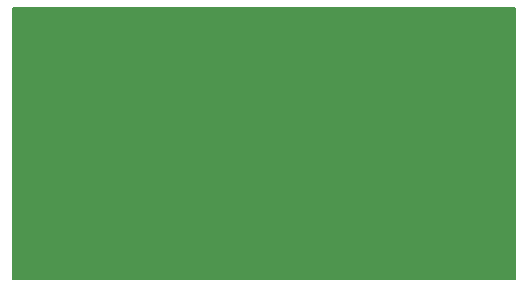
<source format=gbr>
%TF.GenerationSoftware,KiCad,Pcbnew,(6.0.6)*%
%TF.CreationDate,2022-08-24T09:27:37+01:00*%
%TF.ProjectId,frontcase,66726f6e-7463-4617-9365-2e6b69636164,rev?*%
%TF.SameCoordinates,Original*%
%TF.FileFunction,Soldermask,Bot*%
%TF.FilePolarity,Negative*%
%FSLAX46Y46*%
G04 Gerber Fmt 4.6, Leading zero omitted, Abs format (unit mm)*
G04 Created by KiCad (PCBNEW (6.0.6)) date 2022-08-24 09:27:37*
%MOMM*%
%LPD*%
G01*
G04 APERTURE LIST*
%ADD10C,0.150000*%
%ADD11C,13.000000*%
%ADD12C,3.500000*%
G04 APERTURE END LIST*
D10*
X123750000Y-85500000D02*
X166250000Y-85500000D01*
X166250000Y-85500000D02*
X166250000Y-108500000D01*
X166250000Y-108500000D02*
X123750000Y-108500000D01*
X123750000Y-108500000D02*
X123750000Y-85500000D01*
G36*
X123750000Y-85500000D02*
G01*
X166250000Y-85500000D01*
X166250000Y-108500000D01*
X123750000Y-108500000D01*
X123750000Y-85500000D01*
G37*
D11*
%TO.C,REF\u002A\u002A*%
X153500000Y-97000000D03*
D12*
X162800000Y-97000000D03*
X127200000Y-97000000D03*
D11*
X136500000Y-97000000D03*
%TD*%
M02*

</source>
